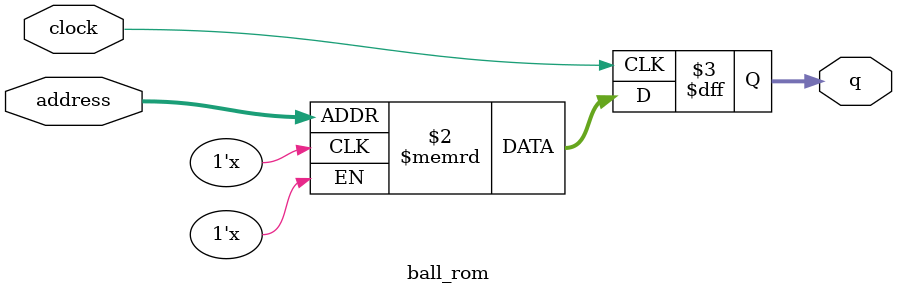
<source format=sv>
module ball_rom (
	input logic clock,
	input logic [9:0] address,
	output logic [2:0] q
);

logic [2:0] memory [0:959] /* synthesis ram_init_file = "./ball/ball.COE" */;

always_ff @ (posedge clock) begin
	q <= memory[address];
end

endmodule

</source>
